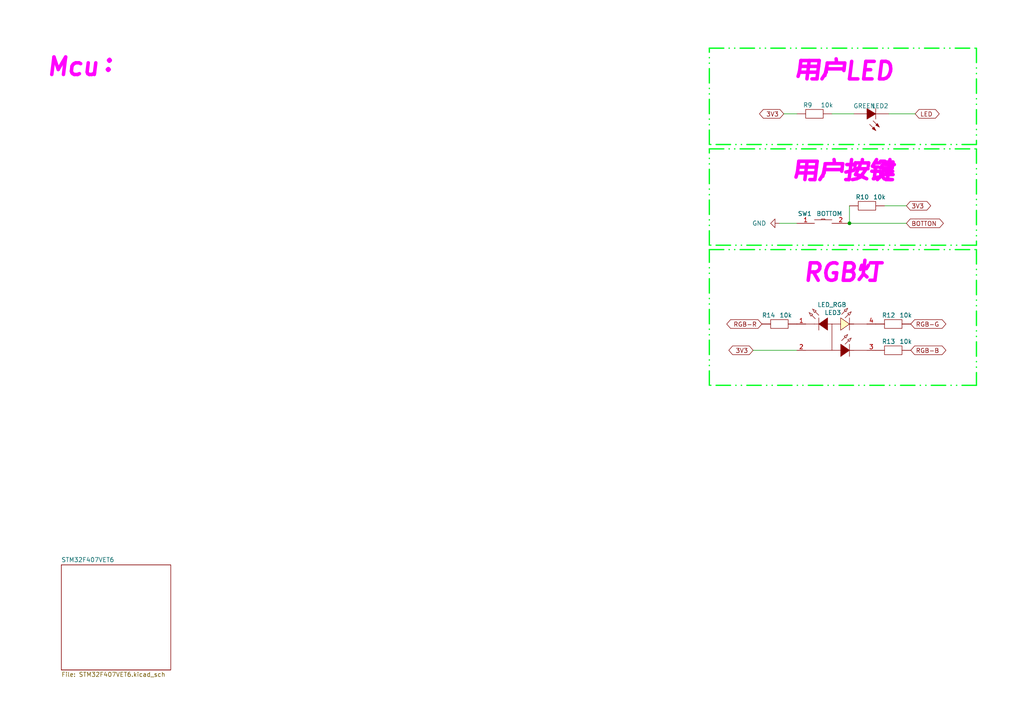
<source format=kicad_sch>
(kicad_sch (version 20231120) (generator "eeschema") (generator_version "8.0")
  (paper "A4")
  (title_block (title "MCU") (date "2025-01-24") (rev "Dennis_Re_Yoonjiho"))
  (lib_symbols
    (symbol "Ts_Foc_Vo符号库:BOTTOM" (pin_names (offset 1.016) hide)
      (property "Reference" "SW" (at -7.112 3.048 0))
      (property "Value" "BOTTOM" (at 2.794 3.048 0))
      (symbol "BOTTOM_1_1"
        (polyline (pts (xy -2.54 1.016) (xy 2.54 1.016)) (stroke (width 0.1524)))
        (polyline (pts (xy -0.508 1.016) (xy -0.508 1.27) (xy 0.508 1.27) (xy 0.508 1.016)) (stroke (width 0.1524)))
        (pin input line (at -7.62 0 0) (length 5.08) (name "1") (number "1"))
        (pin input line (at 7.62 0 180) (length 5.08) (name "2") (number "2"))
      )
    )
    (symbol "Ts_Foc_Vo符号库:LED" (pin_numbers hide) (pin_names (offset 1.016) hide)
      (property "Value" "LED" (at 3.302 0.254 0))
      (symbol "LED_1_1"
        (polyline (pts (xy -1.27 -0.508) (xy -1.27 -3.556)) (stroke (width 0.1524)))
        (polyline (pts (xy -0.508 0) (xy -2.286 1.778)) (stroke (width 0.1524)))
        (polyline (pts (xy 0.508 1.016) (xy -1.27 2.794)) (stroke (width 0.1524)))
        (polyline (pts (xy -2.286 1.778) (xy -1.27 1.27) (xy -1.778 0.762) (xy -2.286 1.778)) (stroke (width 0.1524)) (fill (type outline)))
        (polyline (pts (xy -1.27 2.794) (xy -0.254 2.286) (xy -0.762 1.778) (xy -1.27 2.794)) (stroke (width 0.1524)) (fill (type outline)))
        (polyline (pts (xy 1.27 -3.556) (xy -1.27 -2.032) (xy 1.27 -0.508) (xy 1.27 -3.556)) (stroke (width 0.1524)) (fill (type outline)))
        (pin input line (at -5.08 -2.032 0) (length 3.81) (name "K") (number "1"))
        (pin input line (at 5.08 -2.032 180) (length 3.81) (name "A") (number "2"))
      )
    )
    (symbol "Ts_Foc_Vo符号库:LED_RGB" (pin_names (offset 1.016) hide)
      (property "Reference" "LED" (at -2.032 5.334 0))
      (property "Value" "LED_RGB" (at -2.54 7.874 0))
      (symbol "LED_RGB_1_1"
        (polyline (pts (xy -7.62 2.54) (xy -10.16 2.54)) (stroke (width 0.1524)))
        (polyline (pts (xy -7.366 4.064) (xy -8.382 5.08)) (stroke (width 0.1524)) (fill (type outline)))
        (polyline (pts (xy -6.35 2.54) (xy -7.62 2.54)) (stroke (width 0.1524)))
        (polyline (pts (xy -6.35 4.318) (xy -6.35 0.762)) (stroke (width 0.1524)))
        (polyline (pts (xy -6.35 5.08) (xy -7.366 6.096)) (stroke (width 0.1524)) (fill (type outline)))
        (polyline (pts (xy -2.54 -5.08) (xy -10.16 -5.08)) (stroke (width 0.1524)))
        (polyline (pts (xy -2.54 2.54) (xy -3.81 2.54)) (stroke (width 0.1524)))
        (polyline (pts (xy -2.54 2.54) (xy 0 2.54)) (stroke (width 0.1524)))
        (polyline (pts (xy 0.254 -2.286) (xy 1.27 -1.27)) (stroke (width 0.1524)) (fill (type outline)))
        (polyline (pts (xy 0.254 5.334) (xy 1.27 6.35)) (stroke (width 0.1524)) (fill (type outline)))
        (polyline (pts (xy 1.27 -3.302) (xy 2.286 -2.286)) (stroke (width 0.1524)) (fill (type outline)))
        (polyline (pts (xy 1.27 4.318) (xy 2.286 5.334)) (stroke (width 0.1524)) (fill (type outline)))
        (polyline (pts (xy 2.54 -6.858) (xy 2.54 -3.302)) (stroke (width 0.1524)))
        (polyline (pts (xy 2.54 -5.08) (xy 3.81 -5.08)) (stroke (width 0.1524)))
        (polyline (pts (xy 2.54 -5.08) (xy 7.62 -5.08)) (stroke (width 0.1524)))
        (polyline (pts (xy 2.54 0.762) (xy 2.54 4.318)) (stroke (width 0.1524)))
        (polyline (pts (xy 2.54 2.54) (xy 3.81 2.54)) (stroke (width 0.1524)))
        (polyline (pts (xy 2.54 2.54) (xy 7.62 2.54)) (stroke (width 0.1524)))
        (polyline (pts (xy -2.54 2.54) (xy -2.54 -5.08) (xy 0 -5.08)) (stroke (width 0.1524)))
        (polyline (pts (xy -9.144 5.842) (xy -8.128 5.334) (xy -8.636 4.826) (xy -9.144 5.842)) (stroke (width 0.1524)))
        (polyline (pts (xy -8.128 6.858) (xy -7.112 6.35) (xy -7.62 5.842) (xy -8.128 6.858)) (stroke (width 0.1524)))
        (polyline (pts (xy -3.81 4.318) (xy -6.35 2.54) (xy -3.81 0.762) (xy -3.81 4.318)) (stroke (width 0.1524)) (fill (type outline)))
        (polyline (pts (xy 0 -6.858) (xy 2.54 -5.08) (xy 0 -3.302) (xy 0 -6.858)) (stroke (width 0.1524)) (fill (type outline)))
        (polyline (pts (xy 0 0.762) (xy 2.54 2.54) (xy 0 4.318) (xy 0 0.762)) (stroke (width 0.1524)) (fill (type background)))
        (polyline (pts (xy 2.032 -0.508) (xy 1.524 -1.524) (xy 1.016 -1.016) (xy 2.032 -0.508)) (stroke (width 0.1524)))
        (polyline (pts (xy 2.032 7.112) (xy 1.524 6.096) (xy 1.016 6.604) (xy 2.032 7.112)) (stroke (width 0.1524)))
        (polyline (pts (xy 3.048 -1.524) (xy 2.54 -2.54) (xy 2.032 -2.032) (xy 3.048 -1.524)) (stroke (width 0.1524)))
        (polyline (pts (xy 3.048 6.096) (xy 2.54 5.08) (xy 2.032 5.588) (xy 3.048 6.096)) (stroke (width 0.1524)))
        (pin input line (at -12.7 2.54 0) (length 2.54) (name "R-") (number "1"))
        (pin input line (at -12.7 -5.08 0) (length 2.54) (name "COM+") (number "2"))
        (pin input line (at 10.16 -5.08 180) (length 2.54) (name "B-") (number "3"))
        (pin input line (at 10.16 2.54 180) (length 2.54) (name "G-") (number "4"))
      )
    )
    (symbol "Ts_Foc_Vo符号库:RES" (pin_numbers hide) (pin_names (offset 1.016) hide)
      (property "Reference" "R" (at -2.286 2.032 0))
      (property "Value" "Value" (at 2.286 2.032 0))
      (symbol "RES_1_1"
        (rectangle (start -2.54 1.27) (end 2.54 -1.27) (stroke (width 0.1524)))
        (pin input line (at -5.08 0 0) (length 2.54) (name "1") (number "1"))
        (pin input line (at 5.08 0 180) (length 2.54) (name "2") (number "2"))
      )
    )
    (symbol "power:GND" (power) (pin_numbers hide) (pin_names (offset 0) hide)
      (property "Value" "GND" (at 0 -3.81 0))
      (symbol "GND_0_1"
        (polyline (pts (xy 0 0) (xy 0 -1.27) (xy 1.27 -1.27) (xy 0 -2.54) (xy -1.27 -1.27) (xy 0 -1.27)))
      )
      (symbol "GND_1_1"
        (pin power_in line (at 0 0 270) (length 0) (name "~") (number "1"))
      )
    )
  )
  (junction (at 246.38 64.77))
  (bus (pts (xy 205.74 43.18) (xy 283.21 43.18)) (stroke (width 0.381) (type dash_dot_dot) (color 0 255 30 1)))
  (wire (pts (xy 241.3 33.02) (xy 247.65 33.02)))
  (bus (pts (xy 205.74 13.97) (xy 283.21 13.97)) (stroke (width 0.381) (type dash_dot_dot) (color 0 255 30 1)))
  (wire (pts (xy 265.43 33.02) (xy 257.81 33.02)))
  (wire (pts (xy 246.38 64.77) (xy 262.89 64.77)))
  (wire (pts (xy 262.89 59.69) (xy 256.54 59.69)))
  (bus (pts (xy 205.74 41.91) (xy 205.74 13.97)) (stroke (width 0.381) (type dash_dot_dot) (color 0 255 30 1)))
  (wire (pts (xy 246.38 64.77) (xy 246.38 59.69)))
  (bus (pts (xy 283.21 13.97) (xy 283.21 41.91)) (stroke (width 0.381) (type dash_dot_dot) (color 0 255 30 1)))
  (bus (pts (xy 283.21 41.91) (xy 205.74 41.91)) (stroke (width 0.381) (type dash_dot_dot) (color 0 255 30 1)))
  (bus (pts (xy 205.74 72.39) (xy 283.21 72.39)) (stroke (width 0.381) (type dash_dot_dot) (color 0 255 30 1)))
  (bus (pts (xy 283.21 72.39) (xy 283.21 111.76)) (stroke (width 0.381) (type dash_dot_dot) (color 0 255 30 1)))
  (bus (pts (xy 205.74 71.12) (xy 205.74 43.18)) (stroke (width 0.381) (type dash_dot_dot) (color 0 255 30 1)))
  (wire (pts (xy 227.33 33.02) (xy 231.14 33.02)))
  (wire (pts (xy 218.44 101.6) (xy 231.14 101.6)))
  (bus (pts (xy 283.21 111.76) (xy 205.74 111.76)) (stroke (width 0.381) (type dash_dot_dot) (color 0 255 30 1)))
  (bus (pts (xy 283.21 71.12) (xy 205.74 71.12)) (stroke (width 0.381) (type dash_dot_dot) (color 0 255 30 1)))
  (bus (pts (xy 205.74 111.76) (xy 205.74 72.39)) (stroke (width 0.381) (type dash_dot_dot) (color 0 255 30 1)))
  (bus (pts (xy 283.21 43.18) (xy 283.21 71.12)) (stroke (width 0.381) (type dash_dot_dot) (color 0 255 30 1)))
  (wire (pts (xy 226.06 64.77) (xy 231.14 64.77)))
  (text "用户按键" (exclude_from_sim yes) (at 244.602 50.038 0) (effects (font (size 5.08 5.08) (thickness 1.016) (bold yes) (italic yes))))
  (text "用户LED\n" (exclude_from_sim yes) (at 244.602 20.828 0) (effects (font (size 5.08 5.08) (thickness 1.016) (bold yes) (italic yes))))
  (text "RGB灯" (exclude_from_sim yes) (at 244.602 79.248 0) (effects (font (size 5.08 5.08) (thickness 1.016) (bold yes) (italic yes))))
  (text "Mcu：" (exclude_from_sim yes) (at 23.876 19.558 0) (effects (font (size 5.08 5.08) (thickness 1.016) (bold yes) (italic yes))))
  (global_label "LED" (shape bidirectional) (at 265.43 33.02 0) (property "Intersheetrefs" "${INTERSHEET_REFS}" (effects (hide yes))))
  (global_label "3V3" (shape bidirectional) (at 227.33 33.02 180) (property "Intersheetrefs" "${INTERSHEET_REFS}" (effects (hide yes))))
  (global_label "BOTTON" (shape bidirectional) (at 262.89 64.77 0) (property "Intersheetrefs" "${INTERSHEET_REFS}" (effects (hide yes))))
  (global_label "3V3" (shape bidirectional) (at 262.89 59.69 0) (property "Intersheetrefs" "${INTERSHEET_REFS}" (effects (hide yes))))
  (global_label "RGB-B" (shape bidirectional) (at 264.16 101.6 0) (property "Intersheetrefs" "${INTERSHEET_REFS}" (effects (hide yes))))
  (global_label "RGB-G" (shape bidirectional) (at 264.16 93.98 0) (property "Intersheetrefs" "${INTERSHEET_REFS}" (effects (hide yes))))
  (global_label "3V3" (shape bidirectional) (at 218.44 101.6 180) (property "Intersheetrefs" "${INTERSHEET_REFS}" (effects (hide yes))))
  (global_label "RGB-R" (shape bidirectional) (at 220.98 93.98 180) (property "Intersheetrefs" "${INTERSHEET_REFS}" (effects (hide yes))))
  (symbol (lib_id "Ts_Foc_Vo符号库:RES") (at 251.46 59.69 180) (unit 1)
    (property "Reference" "R10" (at 248.158 57.15 0) (effects (justify right)))
    (property "Value" "10k" (at 253.238 57.15 0) (effects (justify right)))
    (property "Footprint" "Ts_Foc_Vo封装库:Res_0402" (effects (hide yes)))
    (property "SuppliersPartNumber" "C5200633" (effects (hide yes)))
    (property "uuid" "std:0c78b8f437b74d4badbc2695159e48f2" (effects (hide yes)))
  )
  (symbol (lib_id "Ts_Foc_Vo符号库:RES") (at 226.06 93.98 180) (unit 1)
    (property "Reference" "R14" (at 220.98 91.44 0) (effects (justify right)))
    (property "Value" "10k" (at 226.06 91.44 0) (effects (justify right)))
    (property "Footprint" "Ts_Foc_Vo封装库:Res_0402" (effects (hide yes)))
    (property "SuppliersPartNumber" "C5200633" (effects (hide yes)))
    (property "uuid" "std:0c78b8f437b74d4badbc2695159e48f2" (effects (hide yes)))
  )
  (symbol (lib_id "Ts_Foc_Vo符号库:RES") (at 259.08 93.98 180) (unit 1)
    (property "Reference" "R12" (at 255.778 91.44 0) (effects (justify right)))
    (property "Value" "10k" (at 260.858 91.44 0) (effects (justify right)))
    (property "Footprint" "Ts_Foc_Vo封装库:Res_0402" (effects (hide yes)))
    (property "SuppliersPartNumber" "C5200633" (effects (hide yes)))
    (property "uuid" "std:0c78b8f437b74d4badbc2695159e48f2" (effects (hide yes)))
  )
  (symbol (lib_id "Ts_Foc_Vo符号库:RES") (at 236.22 33.02 180) (unit 1)
    (property "Reference" "R9" (at 232.918 30.48 0) (effects (justify right)))
    (property "Value" "10k" (at 237.998 30.48 0) (effects (justify right)))
    (property "Footprint" "Ts_Foc_Vo封装库:Res_0402" (effects (hide yes)))
    (property "SuppliersPartNumber" "C5200633" (effects (hide yes)))
    (property "uuid" "std:0c78b8f437b74d4badbc2695159e48f2" (effects (hide yes)))
  )
  (symbol (lib_id "Ts_Foc_Vo符号库:LED") (at 252.73 35.052 180) (unit 1)
    (property "Reference" "LED2" (at 255.27 30.734 0))
    (property "Value" "GREEN" (at 250.698 30.734 0))
    (property "Footprint" "Ts_Foc_Vo封装库:LED_0603" (effects (hide yes)))
    (property "Datasheet" "http://www.szlcsc.com/product/details_90991.html" (effects (hide yes)))
    (property "SuppliersPartNumber" "C89809" (effects (hide yes)))
    (property "uuid" "std:41b2f7bc7ea198335b3b1186c040b70b" (effects (hide yes)))
  )
  (symbol (lib_id "Ts_Foc_Vo符号库:BOTTOM") (at 238.76 64.77 0) (unit 1)
    (property "Reference" "SW1" (at 233.426 61.976 0))
    (property "Value" "BOTTOM" (at 240.538 61.976 0))
    (property "Footprint" "Ts_Foc_Vo封装库:BOTTOM" (effects (hide yes)))
    (property "SuppliersPartNumber" "C318938" (effects (hide yes)))
    (property "uuid" "std:8710e6eb28c44416b37b2e373d35a96d" (effects (hide yes)))
  )
  (symbol (lib_id "power:GND") (at 226.06 64.77 270) (unit 1)
    (property "Reference" "#PWR017" (effects (hide yes)))
    (property "Value" "GND" (at 222.25 64.7699 90) (effects (justify right)))
    (property "Description" "Power symbol creates a global label with name \"GND\" , ground" (effects (hide yes)))
  )
  (symbol (lib_id "Ts_Foc_Vo符号库:RES") (at 259.08 101.6 180) (unit 1)
    (property "Reference" "R13" (at 255.778 99.06 0) (effects (justify right)))
    (property "Value" "10k" (at 260.858 99.06 0) (effects (justify right)))
    (property "Footprint" "Ts_Foc_Vo封装库:Res_0402" (effects (hide yes)))
    (property "SuppliersPartNumber" "C5200633" (effects (hide yes)))
    (property "uuid" "std:0c78b8f437b74d4badbc2695159e48f2" (effects (hide yes)))
  )
  (symbol (lib_id "Ts_Foc_Vo符号库:LED_RGB") (at 243.84 96.52 0) (unit 1)
    (property "Reference" "LED3" (at 241.554 90.678 0))
    (property "Value" "LED_RGB" (at 241.3 88.392 0))
    (property "Footprint" "Ts_Foc_Vo封装库:LED-RGB-SMD_4P" (effects (hide yes)))
    (property "SuppliersPartNumber" "C965840" (effects (hide yes)))
    (property "uuid" "std:da46b25babd24f169a00fa03821d5577" (effects (hide yes)))
  )
  (sheet (at 17.78 163.83) (size 31.75 30.48) (stroke (width 0.1524))
    (property "Sheetname" "STM32F407VET6" (at 17.78 163.1184 0) (effects (justify left bottom)))
    (property "Sheetfile" "STM32F407VET6.kicad_sch" (at 17.78 194.8946 0) (effects (justify left top)))
  )
)
</source>
